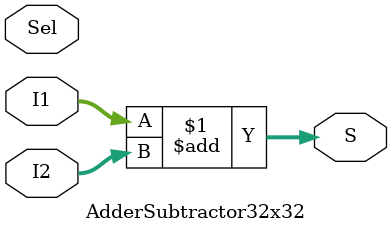
<source format=v>
`timescale 1ns / 1ps
module AdderSubtractor32x32(
	input [31:0] I1, I2,
	input Sel, 
	output [31:0] S
	 );
	assign S = I1 + I2;

endmodule

</source>
